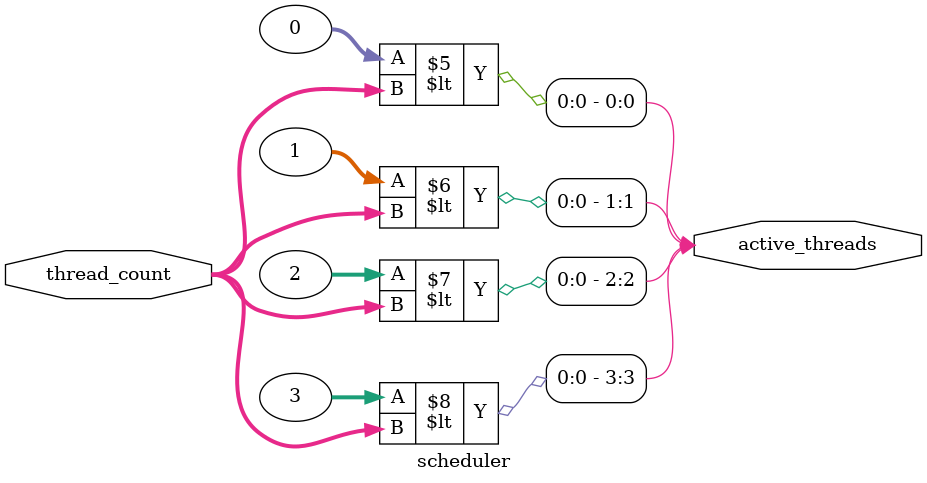
<source format=sv>
`default_nettype none
`timescale 1ns/1ns

module scheduler #(
    parameter THREADS_PER_BLOCK = 4
) (
    input wire [$clog2(THREADS_PER_BLOCK):0] thread_count, // Number of active threads
    output reg [THREADS_PER_BLOCK-1:0] active_threads // Mask of active threads
);

    // Combinational logic to set active threads
    always_comb begin
        for (int t = 0; t < THREADS_PER_BLOCK; t++) begin
            active_threads[t] = (t < thread_count); // Thread is active if index < thread_count
        end
    end
endmodule

</source>
